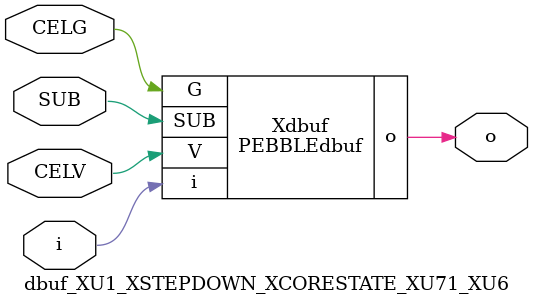
<source format=v>



module PEBBLEdbuf ( o, G, SUB, V, i );

  input V;
  input i;
  input G;
  output o;
  input SUB;
endmodule

//Celera Confidential Do Not Copy dbuf_XU1_XSTEPDOWN_XCORESTATE_XU71_XU6
//Celera Confidential Symbol Generator
//Digital Buffer
module dbuf_XU1_XSTEPDOWN_XCORESTATE_XU71_XU6 (CELV,CELG,i,o,SUB);
input CELV;
input CELG;
input i;
input SUB;
output o;

//Celera Confidential Do Not Copy dbuf
PEBBLEdbuf Xdbuf(
.V (CELV),
.i (i),
.o (o),
.SUB (SUB),
.G (CELG)
);
//,diesize,PEBBLEdbuf

//Celera Confidential Do Not Copy Module End
//Celera Schematic Generator
endmodule

</source>
